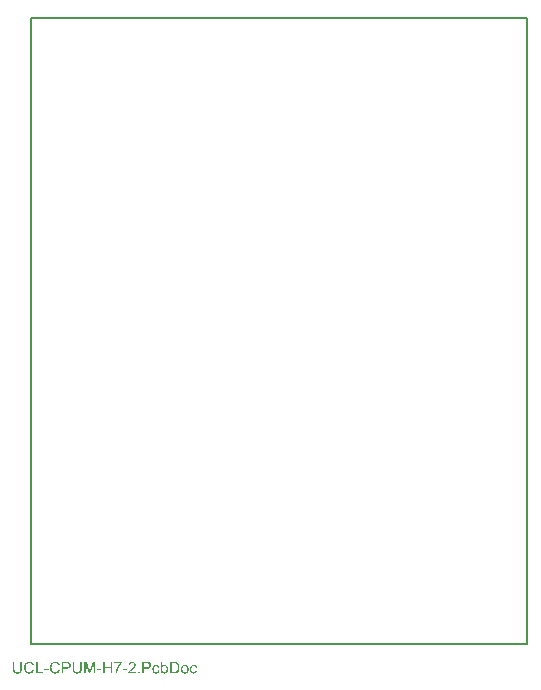
<source format=gm1>
G04*
G04 #@! TF.GenerationSoftware,Altium Limited,Altium Designer,19.1.9 (167)*
G04*
G04 Layer_Color=16711833*
%FSLAX44Y44*%
%MOMM*%
G71*
G01*
G75*
%ADD11C,0.2000*%
G36*
X21082Y-15102D02*
X21182D01*
X21307Y-15119D01*
X21457Y-15136D01*
X21616Y-15161D01*
X21791Y-15186D01*
X21982Y-15228D01*
X22182Y-15278D01*
X22382Y-15336D01*
X22590Y-15411D01*
X22799Y-15494D01*
X22999Y-15594D01*
X23199Y-15711D01*
X23390Y-15844D01*
X23398Y-15852D01*
X23432Y-15877D01*
X23482Y-15919D01*
X23557Y-15977D01*
X23632Y-16061D01*
X23732Y-16152D01*
X23832Y-16261D01*
X23940Y-16386D01*
X24057Y-16527D01*
X24173Y-16677D01*
X24290Y-16852D01*
X24407Y-17035D01*
X24515Y-17244D01*
X24615Y-17460D01*
X24706Y-17685D01*
X24790Y-17935D01*
X23523Y-18235D01*
Y-18227D01*
X23507Y-18185D01*
X23490Y-18135D01*
X23457Y-18060D01*
X23424Y-17977D01*
X23382Y-17868D01*
X23332Y-17760D01*
X23273Y-17644D01*
X23132Y-17385D01*
X22965Y-17127D01*
X22865Y-17010D01*
X22765Y-16894D01*
X22649Y-16785D01*
X22532Y-16686D01*
X22524Y-16677D01*
X22499Y-16660D01*
X22465Y-16644D01*
X22415Y-16610D01*
X22357Y-16569D01*
X22274Y-16527D01*
X22190Y-16486D01*
X22090Y-16436D01*
X21982Y-16394D01*
X21857Y-16352D01*
X21724Y-16311D01*
X21582Y-16269D01*
X21424Y-16236D01*
X21266Y-16219D01*
X21091Y-16202D01*
X20916Y-16194D01*
X20807D01*
X20733Y-16202D01*
X20633Y-16211D01*
X20524Y-16219D01*
X20399Y-16236D01*
X20258Y-16261D01*
X20116Y-16294D01*
X19966Y-16327D01*
X19808Y-16369D01*
X19649Y-16419D01*
X19491Y-16486D01*
X19333Y-16560D01*
X19183Y-16644D01*
X19033Y-16736D01*
X19025Y-16744D01*
X19000Y-16760D01*
X18958Y-16794D01*
X18908Y-16835D01*
X18850Y-16885D01*
X18783Y-16952D01*
X18700Y-17035D01*
X18616Y-17119D01*
X18533Y-17219D01*
X18441Y-17327D01*
X18358Y-17444D01*
X18267Y-17577D01*
X18183Y-17710D01*
X18108Y-17860D01*
X18041Y-18018D01*
X17975Y-18185D01*
Y-18193D01*
X17958Y-18227D01*
X17950Y-18277D01*
X17925Y-18343D01*
X17908Y-18427D01*
X17883Y-18527D01*
X17850Y-18635D01*
X17825Y-18760D01*
X17800Y-18893D01*
X17767Y-19043D01*
X17742Y-19193D01*
X17725Y-19351D01*
X17692Y-19693D01*
X17675Y-20051D01*
Y-20068D01*
Y-20110D01*
Y-20176D01*
X17683Y-20259D01*
Y-20368D01*
X17692Y-20493D01*
X17708Y-20635D01*
X17717Y-20793D01*
X17742Y-20959D01*
X17767Y-21134D01*
X17825Y-21493D01*
X17917Y-21867D01*
X17967Y-22051D01*
X18033Y-22226D01*
X18041Y-22234D01*
X18050Y-22267D01*
X18075Y-22317D01*
X18100Y-22376D01*
X18141Y-22451D01*
X18183Y-22542D01*
X18241Y-22642D01*
X18308Y-22742D01*
X18383Y-22859D01*
X18466Y-22967D01*
X18558Y-23084D01*
X18658Y-23201D01*
X18766Y-23309D01*
X18891Y-23417D01*
X19016Y-23517D01*
X19158Y-23609D01*
X19166Y-23617D01*
X19191Y-23625D01*
X19233Y-23650D01*
X19291Y-23684D01*
X19366Y-23717D01*
X19449Y-23750D01*
X19541Y-23792D01*
X19649Y-23834D01*
X19774Y-23884D01*
X19899Y-23925D01*
X20033Y-23959D01*
X20183Y-23992D01*
X20491Y-24050D01*
X20649Y-24059D01*
X20816Y-24067D01*
X20866D01*
X20924Y-24059D01*
X20999D01*
X21091Y-24050D01*
X21199Y-24034D01*
X21316Y-24017D01*
X21449Y-23992D01*
X21591Y-23959D01*
X21732Y-23917D01*
X21882Y-23867D01*
X22041Y-23800D01*
X22190Y-23734D01*
X22349Y-23650D01*
X22499Y-23550D01*
X22640Y-23442D01*
X22649Y-23434D01*
X22674Y-23409D01*
X22715Y-23375D01*
X22765Y-23325D01*
X22824Y-23259D01*
X22899Y-23175D01*
X22974Y-23084D01*
X23057Y-22975D01*
X23140Y-22851D01*
X23224Y-22717D01*
X23307Y-22567D01*
X23390Y-22401D01*
X23473Y-22217D01*
X23549Y-22026D01*
X23607Y-21818D01*
X23665Y-21593D01*
X24956Y-21918D01*
Y-21926D01*
X24948Y-21934D01*
Y-21959D01*
X24940Y-21984D01*
X24915Y-22067D01*
X24873Y-22176D01*
X24832Y-22309D01*
X24773Y-22459D01*
X24698Y-22634D01*
X24623Y-22809D01*
X24523Y-23001D01*
X24423Y-23201D01*
X24298Y-23400D01*
X24165Y-23600D01*
X24015Y-23800D01*
X23857Y-23992D01*
X23682Y-24167D01*
X23490Y-24334D01*
X23482Y-24342D01*
X23440Y-24367D01*
X23382Y-24409D01*
X23307Y-24467D01*
X23199Y-24525D01*
X23082Y-24600D01*
X22940Y-24675D01*
X22774Y-24750D01*
X22599Y-24825D01*
X22399Y-24900D01*
X22190Y-24975D01*
X21965Y-25033D01*
X21724Y-25092D01*
X21474Y-25133D01*
X21199Y-25158D01*
X20924Y-25167D01*
X20858D01*
X20774Y-25158D01*
X20666D01*
X20533Y-25150D01*
X20374Y-25133D01*
X20199Y-25117D01*
X20016Y-25083D01*
X19816Y-25050D01*
X19608Y-25008D01*
X19391Y-24958D01*
X19175Y-24900D01*
X18966Y-24825D01*
X18750Y-24742D01*
X18550Y-24642D01*
X18358Y-24534D01*
X18350Y-24525D01*
X18317Y-24500D01*
X18267Y-24467D01*
X18200Y-24417D01*
X18117Y-24350D01*
X18017Y-24267D01*
X17917Y-24167D01*
X17800Y-24059D01*
X17683Y-23934D01*
X17558Y-23800D01*
X17433Y-23642D01*
X17308Y-23475D01*
X17192Y-23300D01*
X17075Y-23101D01*
X16959Y-22901D01*
X16859Y-22676D01*
X16850Y-22659D01*
X16833Y-22617D01*
X16809Y-22551D01*
X16783Y-22467D01*
X16742Y-22351D01*
X16700Y-22217D01*
X16650Y-22067D01*
X16609Y-21892D01*
X16559Y-21701D01*
X16509Y-21501D01*
X16467Y-21284D01*
X16434Y-21059D01*
X16400Y-20818D01*
X16375Y-20576D01*
X16359Y-20318D01*
X16350Y-20060D01*
Y-20051D01*
Y-20043D01*
Y-19993D01*
Y-19910D01*
X16359Y-19801D01*
X16367Y-19676D01*
X16384Y-19518D01*
X16400Y-19351D01*
X16425Y-19160D01*
X16450Y-18960D01*
X16492Y-18743D01*
X16534Y-18527D01*
X16592Y-18302D01*
X16659Y-18077D01*
X16733Y-17852D01*
X16825Y-17627D01*
X16925Y-17410D01*
X16933Y-17394D01*
X16950Y-17360D01*
X16983Y-17302D01*
X17033Y-17227D01*
X17092Y-17127D01*
X17167Y-17019D01*
X17250Y-16902D01*
X17350Y-16769D01*
X17458Y-16636D01*
X17583Y-16494D01*
X17717Y-16344D01*
X17867Y-16202D01*
X18025Y-16061D01*
X18200Y-15927D01*
X18383Y-15802D01*
X18575Y-15686D01*
X18591Y-15677D01*
X18625Y-15661D01*
X18683Y-15627D01*
X18766Y-15594D01*
X18866Y-15552D01*
X18983Y-15502D01*
X19116Y-15444D01*
X19275Y-15386D01*
X19441Y-15336D01*
X19625Y-15278D01*
X19816Y-15228D01*
X20024Y-15186D01*
X20241Y-15152D01*
X20466Y-15119D01*
X20699Y-15102D01*
X20941Y-15094D01*
X21007D01*
X21082Y-15102D01*
D02*
G37*
G36*
X-837D02*
X-737D01*
X-612Y-15119D01*
X-462Y-15136D01*
X-304Y-15161D01*
X-129Y-15186D01*
X63Y-15228D01*
X263Y-15278D01*
X463Y-15336D01*
X671Y-15411D01*
X879Y-15494D01*
X1079Y-15594D01*
X1279Y-15711D01*
X1471Y-15844D01*
X1479Y-15852D01*
X1512Y-15877D01*
X1562Y-15919D01*
X1637Y-15977D01*
X1712Y-16061D01*
X1812Y-16152D01*
X1912Y-16261D01*
X2021Y-16386D01*
X2137Y-16527D01*
X2254Y-16677D01*
X2371Y-16852D01*
X2487Y-17035D01*
X2596Y-17244D01*
X2695Y-17460D01*
X2787Y-17685D01*
X2870Y-17935D01*
X1604Y-18235D01*
Y-18227D01*
X1587Y-18185D01*
X1571Y-18135D01*
X1537Y-18060D01*
X1504Y-17977D01*
X1462Y-17868D01*
X1412Y-17760D01*
X1354Y-17644D01*
X1213Y-17385D01*
X1046Y-17127D01*
X946Y-17010D01*
X846Y-16894D01*
X729Y-16785D01*
X613Y-16686D01*
X604Y-16677D01*
X579Y-16660D01*
X546Y-16644D01*
X496Y-16610D01*
X438Y-16569D01*
X354Y-16527D01*
X271Y-16486D01*
X171Y-16436D01*
X63Y-16394D01*
X-62Y-16352D01*
X-195Y-16311D01*
X-337Y-16269D01*
X-495Y-16236D01*
X-654Y-16219D01*
X-829Y-16202D01*
X-1004Y-16194D01*
X-1112D01*
X-1187Y-16202D01*
X-1287Y-16211D01*
X-1395Y-16219D01*
X-1520Y-16236D01*
X-1662Y-16261D01*
X-1803Y-16294D01*
X-1953Y-16327D01*
X-2112Y-16369D01*
X-2270Y-16419D01*
X-2428Y-16486D01*
X-2587Y-16560D01*
X-2736Y-16644D01*
X-2886Y-16736D01*
X-2895Y-16744D01*
X-2920Y-16760D01*
X-2961Y-16794D01*
X-3011Y-16835D01*
X-3070Y-16885D01*
X-3136Y-16952D01*
X-3220Y-17035D01*
X-3303Y-17119D01*
X-3386Y-17219D01*
X-3478Y-17327D01*
X-3561Y-17444D01*
X-3653Y-17577D01*
X-3736Y-17710D01*
X-3811Y-17860D01*
X-3878Y-18018D01*
X-3945Y-18185D01*
Y-18193D01*
X-3961Y-18227D01*
X-3970Y-18277D01*
X-3995Y-18343D01*
X-4011Y-18427D01*
X-4036Y-18527D01*
X-4069Y-18635D01*
X-4094Y-18760D01*
X-4119Y-18893D01*
X-4153Y-19043D01*
X-4178Y-19193D01*
X-4194Y-19351D01*
X-4228Y-19693D01*
X-4244Y-20051D01*
Y-20068D01*
Y-20110D01*
Y-20176D01*
X-4236Y-20259D01*
Y-20368D01*
X-4228Y-20493D01*
X-4211Y-20635D01*
X-4203Y-20793D01*
X-4178Y-20959D01*
X-4153Y-21134D01*
X-4094Y-21493D01*
X-4003Y-21867D01*
X-3953Y-22051D01*
X-3886Y-22226D01*
X-3878Y-22234D01*
X-3869Y-22267D01*
X-3844Y-22317D01*
X-3819Y-22376D01*
X-3778Y-22451D01*
X-3736Y-22542D01*
X-3678Y-22642D01*
X-3611Y-22742D01*
X-3536Y-22859D01*
X-3453Y-22967D01*
X-3361Y-23084D01*
X-3261Y-23201D01*
X-3153Y-23309D01*
X-3028Y-23417D01*
X-2903Y-23517D01*
X-2761Y-23609D01*
X-2753Y-23617D01*
X-2728Y-23625D01*
X-2686Y-23650D01*
X-2628Y-23684D01*
X-2553Y-23717D01*
X-2470Y-23750D01*
X-2378Y-23792D01*
X-2270Y-23834D01*
X-2145Y-23884D01*
X-2020Y-23925D01*
X-1887Y-23959D01*
X-1737Y-23992D01*
X-1428Y-24050D01*
X-1270Y-24059D01*
X-1104Y-24067D01*
X-1054D01*
X-995Y-24059D01*
X-920D01*
X-829Y-24050D01*
X-720Y-24034D01*
X-604Y-24017D01*
X-470Y-23992D01*
X-329Y-23959D01*
X-187Y-23917D01*
X-37Y-23867D01*
X121Y-23800D01*
X271Y-23734D01*
X429Y-23650D01*
X579Y-23550D01*
X721Y-23442D01*
X729Y-23434D01*
X754Y-23409D01*
X796Y-23375D01*
X846Y-23325D01*
X904Y-23259D01*
X979Y-23175D01*
X1054Y-23084D01*
X1138Y-22975D01*
X1221Y-22851D01*
X1304Y-22717D01*
X1388Y-22567D01*
X1471Y-22401D01*
X1554Y-22217D01*
X1629Y-22026D01*
X1687Y-21818D01*
X1746Y-21593D01*
X3037Y-21918D01*
Y-21926D01*
X3029Y-21934D01*
Y-21959D01*
X3020Y-21984D01*
X2995Y-22067D01*
X2954Y-22176D01*
X2912Y-22309D01*
X2854Y-22459D01*
X2779Y-22634D01*
X2704Y-22809D01*
X2604Y-23001D01*
X2504Y-23201D01*
X2379Y-23400D01*
X2246Y-23600D01*
X2096Y-23800D01*
X1937Y-23992D01*
X1762Y-24167D01*
X1571Y-24334D01*
X1562Y-24342D01*
X1521Y-24367D01*
X1462Y-24409D01*
X1388Y-24467D01*
X1279Y-24525D01*
X1163Y-24600D01*
X1021Y-24675D01*
X854Y-24750D01*
X679Y-24825D01*
X479Y-24900D01*
X271Y-24975D01*
X46Y-25033D01*
X-195Y-25092D01*
X-445Y-25133D01*
X-720Y-25158D01*
X-995Y-25167D01*
X-1062D01*
X-1145Y-25158D01*
X-1253D01*
X-1387Y-25150D01*
X-1545Y-25133D01*
X-1720Y-25117D01*
X-1903Y-25083D01*
X-2103Y-25050D01*
X-2312Y-25008D01*
X-2528Y-24958D01*
X-2745Y-24900D01*
X-2953Y-24825D01*
X-3170Y-24742D01*
X-3370Y-24642D01*
X-3561Y-24534D01*
X-3570Y-24525D01*
X-3603Y-24500D01*
X-3653Y-24467D01*
X-3720Y-24417D01*
X-3803Y-24350D01*
X-3903Y-24267D01*
X-4003Y-24167D01*
X-4119Y-24059D01*
X-4236Y-23934D01*
X-4361Y-23800D01*
X-4486Y-23642D01*
X-4611Y-23475D01*
X-4728Y-23300D01*
X-4844Y-23101D01*
X-4961Y-22901D01*
X-5061Y-22676D01*
X-5069Y-22659D01*
X-5086Y-22617D01*
X-5111Y-22551D01*
X-5136Y-22467D01*
X-5178Y-22351D01*
X-5219Y-22217D01*
X-5269Y-22067D01*
X-5311Y-21892D01*
X-5361Y-21701D01*
X-5411Y-21501D01*
X-5452Y-21284D01*
X-5486Y-21059D01*
X-5519Y-20818D01*
X-5544Y-20576D01*
X-5561Y-20318D01*
X-5569Y-20060D01*
Y-20051D01*
Y-20043D01*
Y-19993D01*
Y-19910D01*
X-5561Y-19801D01*
X-5552Y-19676D01*
X-5536Y-19518D01*
X-5519Y-19351D01*
X-5494Y-19160D01*
X-5469Y-18960D01*
X-5427Y-18743D01*
X-5386Y-18527D01*
X-5328Y-18302D01*
X-5261Y-18077D01*
X-5186Y-17852D01*
X-5094Y-17627D01*
X-4994Y-17410D01*
X-4986Y-17394D01*
X-4969Y-17360D01*
X-4936Y-17302D01*
X-4886Y-17227D01*
X-4828Y-17127D01*
X-4753Y-17019D01*
X-4669Y-16902D01*
X-4569Y-16769D01*
X-4461Y-16636D01*
X-4336Y-16494D01*
X-4203Y-16344D01*
X-4053Y-16202D01*
X-3895Y-16061D01*
X-3720Y-15927D01*
X-3536Y-15802D01*
X-3345Y-15686D01*
X-3328Y-15677D01*
X-3295Y-15661D01*
X-3236Y-15627D01*
X-3153Y-15594D01*
X-3053Y-15552D01*
X-2936Y-15502D01*
X-2803Y-15444D01*
X-2645Y-15386D01*
X-2478Y-15336D01*
X-2295Y-15278D01*
X-2103Y-15228D01*
X-1895Y-15186D01*
X-1678Y-15152D01*
X-1453Y-15119D01*
X-1220Y-15102D01*
X-979Y-15094D01*
X-912D01*
X-837Y-15102D01*
D02*
G37*
G36*
X68979Y-25000D02*
X67687D01*
Y-20410D01*
X62647D01*
Y-25000D01*
X61356D01*
Y-15261D01*
X62647D01*
Y-19260D01*
X67687D01*
Y-15261D01*
X68979D01*
Y-25000D01*
D02*
G37*
G36*
X138286Y-17794D02*
X138386Y-17802D01*
X138494Y-17818D01*
X138627Y-17835D01*
X138761Y-17860D01*
X138911Y-17885D01*
X139061Y-17927D01*
X139219Y-17977D01*
X139377Y-18027D01*
X139527Y-18102D01*
X139685Y-18177D01*
X139835Y-18268D01*
X139977Y-18368D01*
X139985Y-18377D01*
X140010Y-18393D01*
X140044Y-18427D01*
X140094Y-18477D01*
X140152Y-18535D01*
X140219Y-18610D01*
X140294Y-18693D01*
X140369Y-18793D01*
X140452Y-18902D01*
X140527Y-19026D01*
X140610Y-19160D01*
X140685Y-19310D01*
X140752Y-19468D01*
X140818Y-19635D01*
X140877Y-19818D01*
X140918Y-20010D01*
X139752Y-20193D01*
Y-20185D01*
X139744Y-20160D01*
X139735Y-20126D01*
X139719Y-20076D01*
X139702Y-20018D01*
X139677Y-19951D01*
X139619Y-19793D01*
X139535Y-19618D01*
X139436Y-19443D01*
X139311Y-19276D01*
X139160Y-19126D01*
X139152Y-19118D01*
X139144Y-19110D01*
X139119Y-19093D01*
X139086Y-19068D01*
X139044Y-19043D01*
X138994Y-19010D01*
X138877Y-18943D01*
X138727Y-18885D01*
X138552Y-18827D01*
X138361Y-18785D01*
X138252Y-18768D01*
X138061D01*
X137994Y-18777D01*
X137919Y-18785D01*
X137828Y-18802D01*
X137728Y-18827D01*
X137628Y-18852D01*
X137511Y-18885D01*
X137394Y-18927D01*
X137269Y-18977D01*
X137144Y-19043D01*
X137028Y-19118D01*
X136903Y-19202D01*
X136786Y-19302D01*
X136678Y-19418D01*
X136670Y-19426D01*
X136653Y-19451D01*
X136628Y-19485D01*
X136594Y-19543D01*
X136545Y-19610D01*
X136503Y-19701D01*
X136453Y-19801D01*
X136403Y-19918D01*
X136345Y-20051D01*
X136295Y-20201D01*
X136253Y-20368D01*
X136211Y-20559D01*
X136170Y-20759D01*
X136145Y-20976D01*
X136128Y-21218D01*
X136120Y-21468D01*
Y-21484D01*
Y-21526D01*
Y-21601D01*
X136128Y-21701D01*
X136136Y-21818D01*
X136145Y-21951D01*
X136161Y-22101D01*
X136186Y-22259D01*
X136253Y-22601D01*
X136295Y-22767D01*
X136345Y-22942D01*
X136411Y-23101D01*
X136486Y-23259D01*
X136569Y-23400D01*
X136661Y-23534D01*
X136670Y-23542D01*
X136686Y-23559D01*
X136720Y-23592D01*
X136761Y-23634D01*
X136811Y-23684D01*
X136878Y-23734D01*
X136953Y-23792D01*
X137044Y-23850D01*
X137136Y-23917D01*
X137244Y-23975D01*
X137361Y-24025D01*
X137494Y-24075D01*
X137628Y-24117D01*
X137769Y-24150D01*
X137928Y-24167D01*
X138086Y-24175D01*
X138153D01*
X138202Y-24167D01*
X138261Y-24158D01*
X138336Y-24150D01*
X138494Y-24125D01*
X138677Y-24075D01*
X138877Y-23992D01*
X138969Y-23950D01*
X139069Y-23892D01*
X139160Y-23825D01*
X139252Y-23750D01*
X139261Y-23742D01*
X139277Y-23734D01*
X139294Y-23700D01*
X139327Y-23667D01*
X139369Y-23625D01*
X139410Y-23567D01*
X139460Y-23500D01*
X139510Y-23417D01*
X139560Y-23334D01*
X139610Y-23234D01*
X139660Y-23126D01*
X139710Y-23009D01*
X139752Y-22875D01*
X139794Y-22734D01*
X139835Y-22584D01*
X139860Y-22417D01*
X141035Y-22576D01*
Y-22592D01*
X141027Y-22626D01*
X141010Y-22692D01*
X140993Y-22776D01*
X140968Y-22875D01*
X140927Y-22992D01*
X140885Y-23126D01*
X140835Y-23267D01*
X140777Y-23417D01*
X140702Y-23575D01*
X140627Y-23734D01*
X140535Y-23892D01*
X140427Y-24042D01*
X140310Y-24200D01*
X140185Y-24342D01*
X140044Y-24475D01*
X140035Y-24483D01*
X140010Y-24500D01*
X139960Y-24542D01*
X139902Y-24583D01*
X139827Y-24633D01*
X139735Y-24692D01*
X139627Y-24750D01*
X139502Y-24817D01*
X139369Y-24883D01*
X139219Y-24942D01*
X139061Y-25000D01*
X138886Y-25050D01*
X138702Y-25092D01*
X138511Y-25125D01*
X138311Y-25150D01*
X138094Y-25158D01*
X138027D01*
X137952Y-25150D01*
X137852Y-25142D01*
X137728Y-25133D01*
X137586Y-25108D01*
X137428Y-25083D01*
X137261Y-25042D01*
X137078Y-24992D01*
X136886Y-24925D01*
X136694Y-24850D01*
X136503Y-24758D01*
X136303Y-24650D01*
X136111Y-24525D01*
X135936Y-24383D01*
X135761Y-24217D01*
X135753Y-24209D01*
X135728Y-24175D01*
X135678Y-24117D01*
X135628Y-24042D01*
X135562Y-23942D01*
X135486Y-23825D01*
X135403Y-23684D01*
X135328Y-23517D01*
X135245Y-23342D01*
X135162Y-23134D01*
X135087Y-22917D01*
X135020Y-22667D01*
X134970Y-22409D01*
X134928Y-22126D01*
X134895Y-21826D01*
X134887Y-21501D01*
Y-21484D01*
Y-21451D01*
Y-21393D01*
X134895Y-21309D01*
Y-21209D01*
X134903Y-21093D01*
X134920Y-20968D01*
X134937Y-20826D01*
X134953Y-20668D01*
X134978Y-20510D01*
X135045Y-20176D01*
X135137Y-19835D01*
X135195Y-19668D01*
X135261Y-19501D01*
X135270Y-19493D01*
X135278Y-19460D01*
X135303Y-19418D01*
X135337Y-19360D01*
X135370Y-19293D01*
X135420Y-19210D01*
X135478Y-19118D01*
X135545Y-19018D01*
X135620Y-18918D01*
X135703Y-18810D01*
X135803Y-18702D01*
X135903Y-18602D01*
X136020Y-18493D01*
X136136Y-18393D01*
X136270Y-18302D01*
X136411Y-18218D01*
X136420Y-18210D01*
X136445Y-18202D01*
X136486Y-18177D01*
X136545Y-18152D01*
X136620Y-18118D01*
X136703Y-18085D01*
X136803Y-18043D01*
X136911Y-18002D01*
X137036Y-17960D01*
X137161Y-17918D01*
X137303Y-17885D01*
X137444Y-17852D01*
X137761Y-17802D01*
X137928Y-17794D01*
X138094Y-17785D01*
X138202D01*
X138286Y-17794D01*
D02*
G37*
G36*
X106527D02*
X106627Y-17802D01*
X106735Y-17818D01*
X106869Y-17835D01*
X107002Y-17860D01*
X107152Y-17885D01*
X107302Y-17927D01*
X107460Y-17977D01*
X107619Y-18027D01*
X107769Y-18102D01*
X107927Y-18177D01*
X108077Y-18268D01*
X108218Y-18368D01*
X108227Y-18377D01*
X108252Y-18393D01*
X108285Y-18427D01*
X108335Y-18477D01*
X108393Y-18535D01*
X108460Y-18610D01*
X108535Y-18693D01*
X108610Y-18793D01*
X108693Y-18902D01*
X108768Y-19026D01*
X108852Y-19160D01*
X108927Y-19310D01*
X108993Y-19468D01*
X109060Y-19635D01*
X109118Y-19818D01*
X109160Y-20010D01*
X107993Y-20193D01*
Y-20185D01*
X107985Y-20160D01*
X107977Y-20126D01*
X107960Y-20076D01*
X107943Y-20018D01*
X107919Y-19951D01*
X107860Y-19793D01*
X107777Y-19618D01*
X107677Y-19443D01*
X107552Y-19276D01*
X107402Y-19126D01*
X107394Y-19118D01*
X107385Y-19110D01*
X107360Y-19093D01*
X107327Y-19068D01*
X107285Y-19043D01*
X107235Y-19010D01*
X107119Y-18943D01*
X106969Y-18885D01*
X106794Y-18827D01*
X106602Y-18785D01*
X106494Y-18768D01*
X106302D01*
X106236Y-18777D01*
X106161Y-18785D01*
X106069Y-18802D01*
X105969Y-18827D01*
X105869Y-18852D01*
X105752Y-18885D01*
X105636Y-18927D01*
X105511Y-18977D01*
X105386Y-19043D01*
X105269Y-19118D01*
X105144Y-19202D01*
X105028Y-19302D01*
X104919Y-19418D01*
X104911Y-19426D01*
X104894Y-19451D01*
X104869Y-19485D01*
X104836Y-19543D01*
X104786Y-19610D01*
X104744Y-19701D01*
X104694Y-19801D01*
X104644Y-19918D01*
X104586Y-20051D01*
X104536Y-20201D01*
X104494Y-20368D01*
X104453Y-20559D01*
X104411Y-20759D01*
X104386Y-20976D01*
X104369Y-21218D01*
X104361Y-21468D01*
Y-21484D01*
Y-21526D01*
Y-21601D01*
X104369Y-21701D01*
X104378Y-21818D01*
X104386Y-21951D01*
X104403Y-22101D01*
X104428Y-22259D01*
X104494Y-22601D01*
X104536Y-22767D01*
X104586Y-22942D01*
X104653Y-23101D01*
X104728Y-23259D01*
X104811Y-23400D01*
X104903Y-23534D01*
X104911Y-23542D01*
X104928Y-23559D01*
X104961Y-23592D01*
X105003Y-23634D01*
X105053Y-23684D01*
X105119Y-23734D01*
X105194Y-23792D01*
X105286Y-23850D01*
X105378Y-23917D01*
X105486Y-23975D01*
X105603Y-24025D01*
X105736Y-24075D01*
X105869Y-24117D01*
X106011Y-24150D01*
X106169Y-24167D01*
X106327Y-24175D01*
X106394D01*
X106444Y-24167D01*
X106502Y-24158D01*
X106577Y-24150D01*
X106735Y-24125D01*
X106919Y-24075D01*
X107119Y-23992D01*
X107210Y-23950D01*
X107310Y-23892D01*
X107402Y-23825D01*
X107494Y-23750D01*
X107502Y-23742D01*
X107519Y-23734D01*
X107535Y-23700D01*
X107569Y-23667D01*
X107610Y-23625D01*
X107652Y-23567D01*
X107702Y-23500D01*
X107752Y-23417D01*
X107802Y-23334D01*
X107852Y-23234D01*
X107902Y-23126D01*
X107952Y-23009D01*
X107993Y-22875D01*
X108035Y-22734D01*
X108077Y-22584D01*
X108102Y-22417D01*
X109277Y-22576D01*
Y-22592D01*
X109268Y-22626D01*
X109251Y-22692D01*
X109235Y-22776D01*
X109210Y-22875D01*
X109168Y-22992D01*
X109127Y-23126D01*
X109077Y-23267D01*
X109018Y-23417D01*
X108943Y-23575D01*
X108868Y-23734D01*
X108777Y-23892D01*
X108668Y-24042D01*
X108552Y-24200D01*
X108427Y-24342D01*
X108285Y-24475D01*
X108277Y-24483D01*
X108252Y-24500D01*
X108202Y-24542D01*
X108144Y-24583D01*
X108069Y-24633D01*
X107977Y-24692D01*
X107868Y-24750D01*
X107744Y-24817D01*
X107610Y-24883D01*
X107460Y-24942D01*
X107302Y-25000D01*
X107127Y-25050D01*
X106944Y-25092D01*
X106752Y-25125D01*
X106552Y-25150D01*
X106336Y-25158D01*
X106269D01*
X106194Y-25150D01*
X106094Y-25142D01*
X105969Y-25133D01*
X105827Y-25108D01*
X105669Y-25083D01*
X105503Y-25042D01*
X105319Y-24992D01*
X105128Y-24925D01*
X104936Y-24850D01*
X104744Y-24758D01*
X104544Y-24650D01*
X104353Y-24525D01*
X104178Y-24383D01*
X104003Y-24217D01*
X103995Y-24209D01*
X103969Y-24175D01*
X103920Y-24117D01*
X103870Y-24042D01*
X103803Y-23942D01*
X103728Y-23825D01*
X103645Y-23684D01*
X103570Y-23517D01*
X103486Y-23342D01*
X103403Y-23134D01*
X103328Y-22917D01*
X103261Y-22667D01*
X103211Y-22409D01*
X103170Y-22126D01*
X103136Y-21826D01*
X103128Y-21501D01*
Y-21484D01*
Y-21451D01*
Y-21393D01*
X103136Y-21309D01*
Y-21209D01*
X103145Y-21093D01*
X103161Y-20968D01*
X103178Y-20826D01*
X103195Y-20668D01*
X103220Y-20510D01*
X103286Y-20176D01*
X103378Y-19835D01*
X103436Y-19668D01*
X103503Y-19501D01*
X103511Y-19493D01*
X103520Y-19460D01*
X103545Y-19418D01*
X103578Y-19360D01*
X103611Y-19293D01*
X103661Y-19210D01*
X103720Y-19118D01*
X103786Y-19018D01*
X103861Y-18918D01*
X103945Y-18810D01*
X104045Y-18702D01*
X104144Y-18602D01*
X104261Y-18493D01*
X104378Y-18393D01*
X104511Y-18302D01*
X104653Y-18218D01*
X104661Y-18210D01*
X104686Y-18202D01*
X104728Y-18177D01*
X104786Y-18152D01*
X104861Y-18118D01*
X104944Y-18085D01*
X105044Y-18043D01*
X105153Y-18002D01*
X105278Y-17960D01*
X105402Y-17918D01*
X105544Y-17885D01*
X105686Y-17852D01*
X106002Y-17802D01*
X106169Y-17794D01*
X106336Y-17785D01*
X106444D01*
X106527Y-17794D01*
D02*
G37*
G36*
X81750Y-22076D02*
X78068D01*
Y-20876D01*
X81750D01*
Y-22076D01*
D02*
G37*
G36*
X59831D02*
X56149D01*
Y-20876D01*
X59831D01*
Y-22076D01*
D02*
G37*
G36*
X15251D02*
X11568D01*
Y-20876D01*
X15251D01*
Y-22076D01*
D02*
G37*
G36*
X54699Y-25000D02*
X53457D01*
Y-16852D01*
X50616Y-25000D01*
X49458D01*
X46643Y-16710D01*
Y-25000D01*
X45401D01*
Y-15261D01*
X47334D01*
X49642Y-22159D01*
Y-22167D01*
X49658Y-22201D01*
X49675Y-22251D01*
X49692Y-22317D01*
X49717Y-22401D01*
X49750Y-22492D01*
X49783Y-22592D01*
X49817Y-22701D01*
X49892Y-22934D01*
X49975Y-23175D01*
X50042Y-23400D01*
X50075Y-23509D01*
X50108Y-23600D01*
Y-23592D01*
X50117Y-23575D01*
X50125Y-23542D01*
X50142Y-23500D01*
X50158Y-23442D01*
X50183Y-23375D01*
X50208Y-23300D01*
X50233Y-23209D01*
X50267Y-23101D01*
X50308Y-22984D01*
X50350Y-22859D01*
X50400Y-22717D01*
X50450Y-22567D01*
X50500Y-22401D01*
X50558Y-22226D01*
X50625Y-22042D01*
X52966Y-15261D01*
X54699D01*
Y-25000D01*
D02*
G37*
G36*
X43293Y-20893D02*
Y-20909D01*
Y-20959D01*
Y-21034D01*
X43285Y-21134D01*
Y-21259D01*
X43277Y-21401D01*
X43268Y-21559D01*
X43252Y-21734D01*
X43235Y-21918D01*
X43210Y-22109D01*
X43152Y-22492D01*
X43068Y-22875D01*
X43018Y-23059D01*
X42960Y-23226D01*
Y-23234D01*
X42944Y-23267D01*
X42927Y-23309D01*
X42894Y-23367D01*
X42860Y-23442D01*
X42810Y-23525D01*
X42752Y-23625D01*
X42685Y-23725D01*
X42610Y-23834D01*
X42519Y-23950D01*
X42427Y-24067D01*
X42310Y-24183D01*
X42194Y-24300D01*
X42060Y-24417D01*
X41919Y-24525D01*
X41761Y-24633D01*
X41752Y-24642D01*
X41719Y-24658D01*
X41669Y-24683D01*
X41602Y-24717D01*
X41519Y-24758D01*
X41411Y-24800D01*
X41294Y-24850D01*
X41152Y-24900D01*
X40994Y-24950D01*
X40827Y-25000D01*
X40636Y-25042D01*
X40436Y-25083D01*
X40219Y-25117D01*
X39986Y-25142D01*
X39744Y-25158D01*
X39486Y-25167D01*
X39353D01*
X39261Y-25158D01*
X39144Y-25150D01*
X39011Y-25142D01*
X38861Y-25125D01*
X38695Y-25108D01*
X38520Y-25083D01*
X38336Y-25050D01*
X37961Y-24967D01*
X37778Y-24917D01*
X37595Y-24850D01*
X37412Y-24783D01*
X37245Y-24700D01*
X37237Y-24692D01*
X37203Y-24675D01*
X37162Y-24650D01*
X37103Y-24608D01*
X37037Y-24558D01*
X36953Y-24500D01*
X36862Y-24434D01*
X36762Y-24350D01*
X36662Y-24258D01*
X36562Y-24158D01*
X36462Y-24042D01*
X36353Y-23925D01*
X36253Y-23792D01*
X36162Y-23650D01*
X36079Y-23492D01*
X36004Y-23334D01*
Y-23325D01*
X35987Y-23292D01*
X35970Y-23242D01*
X35945Y-23167D01*
X35920Y-23075D01*
X35887Y-22967D01*
X35854Y-22842D01*
X35820Y-22692D01*
X35787Y-22526D01*
X35754Y-22342D01*
X35720Y-22142D01*
X35695Y-21926D01*
X35670Y-21693D01*
X35654Y-21443D01*
X35645Y-21176D01*
X35637Y-20893D01*
Y-15261D01*
X36928D01*
Y-20884D01*
Y-20901D01*
Y-20943D01*
Y-21001D01*
Y-21093D01*
X36937Y-21193D01*
X36945Y-21318D01*
Y-21451D01*
X36962Y-21593D01*
X36987Y-21892D01*
X37028Y-22209D01*
X37053Y-22359D01*
X37087Y-22501D01*
X37120Y-22634D01*
X37162Y-22751D01*
Y-22759D01*
X37170Y-22776D01*
X37187Y-22809D01*
X37203Y-22851D01*
X37237Y-22901D01*
X37270Y-22959D01*
X37353Y-23092D01*
X37462Y-23242D01*
X37603Y-23392D01*
X37770Y-23542D01*
X37970Y-23675D01*
X37978D01*
X37995Y-23692D01*
X38028Y-23709D01*
X38070Y-23725D01*
X38128Y-23750D01*
X38195Y-23775D01*
X38270Y-23809D01*
X38361Y-23834D01*
X38461Y-23867D01*
X38561Y-23900D01*
X38678Y-23925D01*
X38803Y-23950D01*
X39069Y-23984D01*
X39369Y-24000D01*
X39436D01*
X39503Y-23992D01*
X39603D01*
X39719Y-23984D01*
X39853Y-23967D01*
X40003Y-23950D01*
X40161Y-23917D01*
X40319Y-23884D01*
X40494Y-23842D01*
X40661Y-23792D01*
X40827Y-23725D01*
X40986Y-23659D01*
X41136Y-23567D01*
X41269Y-23475D01*
X41394Y-23359D01*
X41402Y-23350D01*
X41419Y-23325D01*
X41452Y-23284D01*
X41486Y-23226D01*
X41536Y-23150D01*
X41585Y-23059D01*
X41644Y-22942D01*
X41702Y-22809D01*
X41752Y-22651D01*
X41810Y-22476D01*
X41860Y-22267D01*
X41910Y-22042D01*
X41944Y-21793D01*
X41977Y-21518D01*
X41994Y-21218D01*
X42002Y-20884D01*
Y-15261D01*
X43293D01*
Y-20893D01*
D02*
G37*
G36*
X-7344D02*
Y-20909D01*
Y-20959D01*
Y-21034D01*
X-7352Y-21134D01*
Y-21259D01*
X-7360Y-21401D01*
X-7369Y-21559D01*
X-7385Y-21734D01*
X-7402Y-21918D01*
X-7427Y-22109D01*
X-7485Y-22492D01*
X-7569Y-22875D01*
X-7619Y-23059D01*
X-7677Y-23226D01*
Y-23234D01*
X-7693Y-23267D01*
X-7710Y-23309D01*
X-7743Y-23367D01*
X-7777Y-23442D01*
X-7827Y-23525D01*
X-7885Y-23625D01*
X-7952Y-23725D01*
X-8027Y-23834D01*
X-8118Y-23950D01*
X-8210Y-24067D01*
X-8327Y-24183D01*
X-8443Y-24300D01*
X-8577Y-24417D01*
X-8718Y-24525D01*
X-8877Y-24633D01*
X-8885Y-24642D01*
X-8918Y-24658D01*
X-8968Y-24683D01*
X-9035Y-24717D01*
X-9118Y-24758D01*
X-9226Y-24800D01*
X-9343Y-24850D01*
X-9485Y-24900D01*
X-9643Y-24950D01*
X-9810Y-25000D01*
X-10001Y-25042D01*
X-10201Y-25083D01*
X-10418Y-25117D01*
X-10651Y-25142D01*
X-10893Y-25158D01*
X-11151Y-25167D01*
X-11284D01*
X-11376Y-25158D01*
X-11493Y-25150D01*
X-11626Y-25142D01*
X-11776Y-25125D01*
X-11942Y-25108D01*
X-12117Y-25083D01*
X-12301Y-25050D01*
X-12676Y-24967D01*
X-12859Y-24917D01*
X-13042Y-24850D01*
X-13225Y-24783D01*
X-13392Y-24700D01*
X-13400Y-24692D01*
X-13434Y-24675D01*
X-13475Y-24650D01*
X-13534Y-24608D01*
X-13600Y-24558D01*
X-13684Y-24500D01*
X-13775Y-24434D01*
X-13875Y-24350D01*
X-13975Y-24258D01*
X-14075Y-24158D01*
X-14175Y-24042D01*
X-14283Y-23925D01*
X-14383Y-23792D01*
X-14475Y-23650D01*
X-14558Y-23492D01*
X-14633Y-23334D01*
Y-23325D01*
X-14650Y-23292D01*
X-14667Y-23242D01*
X-14692Y-23167D01*
X-14717Y-23075D01*
X-14750Y-22967D01*
X-14783Y-22842D01*
X-14817Y-22692D01*
X-14850Y-22526D01*
X-14883Y-22342D01*
X-14917Y-22142D01*
X-14942Y-21926D01*
X-14967Y-21693D01*
X-14983Y-21443D01*
X-14992Y-21176D01*
X-15000Y-20893D01*
Y-15261D01*
X-13709D01*
Y-20884D01*
Y-20901D01*
Y-20943D01*
Y-21001D01*
Y-21093D01*
X-13700Y-21193D01*
X-13692Y-21318D01*
Y-21451D01*
X-13675Y-21593D01*
X-13650Y-21892D01*
X-13609Y-22209D01*
X-13584Y-22359D01*
X-13550Y-22501D01*
X-13517Y-22634D01*
X-13475Y-22751D01*
Y-22759D01*
X-13467Y-22776D01*
X-13450Y-22809D01*
X-13434Y-22851D01*
X-13400Y-22901D01*
X-13367Y-22959D01*
X-13284Y-23092D01*
X-13175Y-23242D01*
X-13034Y-23392D01*
X-12867Y-23542D01*
X-12667Y-23675D01*
X-12659D01*
X-12642Y-23692D01*
X-12609Y-23709D01*
X-12567Y-23725D01*
X-12509Y-23750D01*
X-12442Y-23775D01*
X-12367Y-23809D01*
X-12276Y-23834D01*
X-12176Y-23867D01*
X-12076Y-23900D01*
X-11959Y-23925D01*
X-11834Y-23950D01*
X-11567Y-23984D01*
X-11268Y-24000D01*
X-11201D01*
X-11134Y-23992D01*
X-11034D01*
X-10918Y-23984D01*
X-10784Y-23967D01*
X-10634Y-23950D01*
X-10476Y-23917D01*
X-10318Y-23884D01*
X-10143Y-23842D01*
X-9976Y-23792D01*
X-9810Y-23725D01*
X-9651Y-23659D01*
X-9501Y-23567D01*
X-9368Y-23475D01*
X-9243Y-23359D01*
X-9235Y-23350D01*
X-9218Y-23325D01*
X-9185Y-23284D01*
X-9151Y-23226D01*
X-9101Y-23150D01*
X-9051Y-23059D01*
X-8993Y-22942D01*
X-8935Y-22809D01*
X-8885Y-22651D01*
X-8827Y-22476D01*
X-8777Y-22267D01*
X-8727Y-22042D01*
X-8693Y-21793D01*
X-8660Y-21518D01*
X-8643Y-21218D01*
X-8635Y-20884D01*
Y-15261D01*
X-7344D01*
Y-20893D01*
D02*
G37*
G36*
X121757Y-15269D02*
X121873D01*
X122007Y-15278D01*
X122290Y-15294D01*
X122573Y-15319D01*
X122848Y-15352D01*
X122981Y-15378D01*
X123098Y-15402D01*
X123106D01*
X123131Y-15411D01*
X123181Y-15419D01*
X123240Y-15444D01*
X123306Y-15461D01*
X123390Y-15486D01*
X123490Y-15519D01*
X123589Y-15561D01*
X123814Y-15661D01*
X124048Y-15777D01*
X124289Y-15927D01*
X124523Y-16102D01*
X124531Y-16111D01*
X124556Y-16136D01*
X124598Y-16169D01*
X124648Y-16219D01*
X124714Y-16286D01*
X124789Y-16360D01*
X124873Y-16452D01*
X124956Y-16552D01*
X125048Y-16669D01*
X125147Y-16794D01*
X125239Y-16935D01*
X125339Y-17077D01*
X125431Y-17235D01*
X125522Y-17402D01*
X125606Y-17585D01*
X125681Y-17768D01*
X125689Y-17777D01*
X125697Y-17810D01*
X125714Y-17868D01*
X125739Y-17944D01*
X125772Y-18043D01*
X125806Y-18160D01*
X125839Y-18285D01*
X125872Y-18435D01*
X125906Y-18602D01*
X125939Y-18777D01*
X125972Y-18968D01*
X126006Y-19168D01*
X126031Y-19385D01*
X126047Y-19610D01*
X126064Y-19843D01*
Y-20085D01*
Y-20093D01*
Y-20135D01*
Y-20193D01*
Y-20268D01*
X126056Y-20368D01*
X126047Y-20476D01*
X126039Y-20610D01*
X126031Y-20743D01*
X126014Y-20893D01*
X125997Y-21051D01*
X125956Y-21384D01*
X125889Y-21718D01*
X125797Y-22051D01*
Y-22059D01*
X125789Y-22092D01*
X125772Y-22134D01*
X125747Y-22192D01*
X125722Y-22267D01*
X125697Y-22351D01*
X125656Y-22442D01*
X125614Y-22551D01*
X125522Y-22776D01*
X125406Y-23009D01*
X125281Y-23242D01*
X125131Y-23467D01*
X125122Y-23475D01*
X125114Y-23492D01*
X125089Y-23517D01*
X125064Y-23559D01*
X125022Y-23609D01*
X124981Y-23659D01*
X124873Y-23784D01*
X124739Y-23925D01*
X124589Y-24075D01*
X124423Y-24217D01*
X124248Y-24350D01*
X124239D01*
X124223Y-24367D01*
X124198Y-24383D01*
X124164Y-24400D01*
X124114Y-24434D01*
X124064Y-24458D01*
X123998Y-24500D01*
X123923Y-24534D01*
X123756Y-24617D01*
X123556Y-24692D01*
X123340Y-24775D01*
X123090Y-24842D01*
X123081D01*
X123056Y-24850D01*
X123023Y-24858D01*
X122973Y-24867D01*
X122906Y-24875D01*
X122823Y-24892D01*
X122740Y-24908D01*
X122640Y-24917D01*
X122531Y-24933D01*
X122407Y-24950D01*
X122282Y-24967D01*
X122140Y-24975D01*
X121848Y-24992D01*
X121523Y-25000D01*
X118016D01*
Y-15261D01*
X121648D01*
X121757Y-15269D01*
D02*
G37*
G36*
X98571D02*
X98787D01*
X99029Y-15286D01*
X99271Y-15302D01*
X99512Y-15328D01*
X99621Y-15344D01*
X99721Y-15361D01*
X99729D01*
X99754Y-15369D01*
X99787Y-15378D01*
X99837Y-15386D01*
X99904Y-15394D01*
X99971Y-15419D01*
X100054Y-15436D01*
X100137Y-15461D01*
X100329Y-15527D01*
X100529Y-15602D01*
X100729Y-15702D01*
X100920Y-15819D01*
X100929D01*
X100945Y-15836D01*
X100970Y-15852D01*
X101004Y-15877D01*
X101095Y-15952D01*
X101204Y-16061D01*
X101329Y-16194D01*
X101462Y-16360D01*
X101587Y-16544D01*
X101704Y-16760D01*
Y-16769D01*
X101720Y-16785D01*
X101728Y-16819D01*
X101753Y-16869D01*
X101770Y-16919D01*
X101795Y-16985D01*
X101828Y-17069D01*
X101853Y-17152D01*
X101878Y-17244D01*
X101912Y-17344D01*
X101953Y-17569D01*
X101987Y-17818D01*
X102003Y-18085D01*
Y-18102D01*
Y-18143D01*
X101995Y-18202D01*
Y-18293D01*
X101978Y-18402D01*
X101962Y-18527D01*
X101937Y-18660D01*
X101903Y-18810D01*
X101862Y-18977D01*
X101812Y-19143D01*
X101745Y-19318D01*
X101670Y-19493D01*
X101579Y-19668D01*
X101470Y-19851D01*
X101354Y-20018D01*
X101212Y-20185D01*
X101204Y-20193D01*
X101170Y-20218D01*
X101129Y-20259D01*
X101054Y-20318D01*
X100962Y-20385D01*
X100854Y-20459D01*
X100720Y-20535D01*
X100562Y-20610D01*
X100379Y-20693D01*
X100170Y-20768D01*
X99929Y-20843D01*
X99671Y-20909D01*
X99387Y-20959D01*
X99071Y-21009D01*
X98729Y-21034D01*
X98354Y-21043D01*
X95863D01*
Y-25000D01*
X94572D01*
Y-15261D01*
X98479D01*
X98571Y-15269D01*
D02*
G37*
G36*
X92331Y-25000D02*
X90973D01*
Y-23642D01*
X92331D01*
Y-25000D01*
D02*
G37*
G36*
X86099Y-15228D02*
X86199D01*
X86316Y-15244D01*
X86449Y-15261D01*
X86607Y-15286D01*
X86766Y-15319D01*
X86941Y-15361D01*
X87124Y-15411D01*
X87307Y-15477D01*
X87490Y-15552D01*
X87674Y-15636D01*
X87849Y-15744D01*
X88024Y-15861D01*
X88182Y-16002D01*
X88190Y-16011D01*
X88215Y-16036D01*
X88257Y-16077D01*
X88315Y-16144D01*
X88373Y-16219D01*
X88440Y-16311D01*
X88515Y-16410D01*
X88598Y-16536D01*
X88673Y-16669D01*
X88748Y-16810D01*
X88815Y-16969D01*
X88882Y-17144D01*
X88932Y-17319D01*
X88973Y-17510D01*
X88998Y-17718D01*
X89007Y-17927D01*
Y-17935D01*
Y-17952D01*
Y-17985D01*
Y-18027D01*
X88998Y-18077D01*
Y-18143D01*
X88990Y-18210D01*
X88973Y-18285D01*
X88948Y-18460D01*
X88907Y-18660D01*
X88848Y-18868D01*
X88765Y-19076D01*
Y-19085D01*
X88757Y-19102D01*
X88740Y-19135D01*
X88715Y-19176D01*
X88690Y-19226D01*
X88657Y-19285D01*
X88624Y-19360D01*
X88574Y-19435D01*
X88465Y-19618D01*
X88323Y-19818D01*
X88157Y-20035D01*
X87965Y-20268D01*
X87957Y-20276D01*
X87940Y-20293D01*
X87907Y-20334D01*
X87857Y-20385D01*
X87799Y-20443D01*
X87724Y-20526D01*
X87632Y-20610D01*
X87532Y-20718D01*
X87407Y-20834D01*
X87274Y-20959D01*
X87124Y-21101D01*
X86957Y-21259D01*
X86782Y-21418D01*
X86582Y-21601D01*
X86366Y-21784D01*
X86132Y-21984D01*
X86124Y-21992D01*
X86082Y-22026D01*
X86032Y-22067D01*
X85957Y-22126D01*
X85874Y-22201D01*
X85774Y-22284D01*
X85666Y-22376D01*
X85558Y-22476D01*
X85324Y-22676D01*
X85099Y-22884D01*
X84991Y-22975D01*
X84899Y-23059D01*
X84816Y-23142D01*
X84749Y-23209D01*
X84733Y-23226D01*
X84699Y-23267D01*
X84641Y-23325D01*
X84574Y-23409D01*
X84491Y-23500D01*
X84408Y-23609D01*
X84325Y-23725D01*
X84241Y-23850D01*
X89023D01*
Y-25000D01*
X82583D01*
Y-24992D01*
Y-24983D01*
Y-24958D01*
Y-24925D01*
Y-24842D01*
X82592Y-24733D01*
X82608Y-24608D01*
X82633Y-24475D01*
X82667Y-24325D01*
X82717Y-24175D01*
Y-24167D01*
X82725Y-24142D01*
X82742Y-24109D01*
X82767Y-24059D01*
X82792Y-24000D01*
X82825Y-23934D01*
X82867Y-23850D01*
X82908Y-23767D01*
X83017Y-23567D01*
X83158Y-23350D01*
X83316Y-23117D01*
X83508Y-22884D01*
X83516Y-22875D01*
X83533Y-22851D01*
X83566Y-22817D01*
X83608Y-22767D01*
X83666Y-22709D01*
X83733Y-22634D01*
X83816Y-22551D01*
X83908Y-22459D01*
X84008Y-22351D01*
X84125Y-22242D01*
X84258Y-22117D01*
X84400Y-21992D01*
X84550Y-21851D01*
X84716Y-21709D01*
X84891Y-21559D01*
X85074Y-21409D01*
X85083D01*
X85091Y-21393D01*
X85141Y-21351D01*
X85224Y-21284D01*
X85333Y-21193D01*
X85458Y-21084D01*
X85608Y-20951D01*
X85766Y-20809D01*
X85933Y-20659D01*
X86116Y-20501D01*
X86291Y-20326D01*
X86474Y-20160D01*
X86649Y-19985D01*
X86807Y-19818D01*
X86966Y-19651D01*
X87099Y-19493D01*
X87215Y-19343D01*
X87224Y-19335D01*
X87240Y-19310D01*
X87266Y-19268D01*
X87307Y-19210D01*
X87349Y-19143D01*
X87390Y-19068D01*
X87440Y-18977D01*
X87499Y-18877D01*
X87599Y-18652D01*
X87690Y-18410D01*
X87724Y-18285D01*
X87749Y-18160D01*
X87765Y-18027D01*
X87774Y-17902D01*
Y-17894D01*
Y-17868D01*
Y-17835D01*
X87765Y-17785D01*
X87757Y-17718D01*
X87749Y-17652D01*
X87732Y-17569D01*
X87707Y-17485D01*
X87649Y-17294D01*
X87607Y-17202D01*
X87557Y-17094D01*
X87499Y-16994D01*
X87432Y-16894D01*
X87357Y-16794D01*
X87266Y-16702D01*
X87257Y-16694D01*
X87240Y-16677D01*
X87215Y-16660D01*
X87174Y-16627D01*
X87124Y-16586D01*
X87065Y-16544D01*
X86991Y-16502D01*
X86907Y-16452D01*
X86816Y-16410D01*
X86716Y-16369D01*
X86607Y-16327D01*
X86491Y-16286D01*
X86366Y-16252D01*
X86232Y-16236D01*
X86091Y-16219D01*
X85941Y-16211D01*
X85857D01*
X85799Y-16219D01*
X85724Y-16227D01*
X85641Y-16236D01*
X85549Y-16252D01*
X85441Y-16277D01*
X85224Y-16336D01*
X85108Y-16377D01*
X84991Y-16436D01*
X84874Y-16494D01*
X84766Y-16560D01*
X84658Y-16644D01*
X84558Y-16736D01*
X84550Y-16744D01*
X84533Y-16760D01*
X84508Y-16785D01*
X84474Y-16827D01*
X84441Y-16885D01*
X84391Y-16944D01*
X84350Y-17019D01*
X84300Y-17110D01*
X84250Y-17202D01*
X84208Y-17310D01*
X84158Y-17427D01*
X84125Y-17552D01*
X84091Y-17694D01*
X84066Y-17835D01*
X84050Y-17994D01*
X84041Y-18160D01*
X82808Y-18035D01*
Y-18018D01*
X82817Y-17977D01*
X82825Y-17902D01*
X82842Y-17810D01*
X82867Y-17694D01*
X82892Y-17560D01*
X82925Y-17419D01*
X82975Y-17260D01*
X83025Y-17094D01*
X83092Y-16919D01*
X83167Y-16744D01*
X83258Y-16569D01*
X83358Y-16402D01*
X83475Y-16236D01*
X83608Y-16086D01*
X83750Y-15944D01*
X83758Y-15936D01*
X83791Y-15911D01*
X83833Y-15877D01*
X83900Y-15827D01*
X83983Y-15777D01*
X84083Y-15711D01*
X84200Y-15652D01*
X84333Y-15577D01*
X84483Y-15511D01*
X84649Y-15444D01*
X84833Y-15386D01*
X85033Y-15336D01*
X85241Y-15286D01*
X85474Y-15252D01*
X85716Y-15228D01*
X85966Y-15219D01*
X86024D01*
X86099Y-15228D01*
D02*
G37*
G36*
X77018Y-16319D02*
X77010Y-16327D01*
X76976Y-16360D01*
X76926Y-16419D01*
X76860Y-16502D01*
X76776Y-16602D01*
X76677Y-16719D01*
X76560Y-16860D01*
X76435Y-17019D01*
X76302Y-17202D01*
X76160Y-17394D01*
X76002Y-17610D01*
X75843Y-17844D01*
X75677Y-18102D01*
X75510Y-18368D01*
X75343Y-18652D01*
X75169Y-18951D01*
Y-18960D01*
X75160Y-18968D01*
X75144Y-18993D01*
X75127Y-19026D01*
X75110Y-19068D01*
X75085Y-19118D01*
X75019Y-19235D01*
X74944Y-19385D01*
X74852Y-19560D01*
X74760Y-19768D01*
X74652Y-19985D01*
X74544Y-20235D01*
X74427Y-20493D01*
X74310Y-20776D01*
X74194Y-21068D01*
X74077Y-21368D01*
X73969Y-21684D01*
X73861Y-22001D01*
X73761Y-22326D01*
Y-22342D01*
X73744Y-22384D01*
X73727Y-22451D01*
X73702Y-22542D01*
X73677Y-22651D01*
X73644Y-22792D01*
X73611Y-22942D01*
X73569Y-23117D01*
X73536Y-23309D01*
X73494Y-23517D01*
X73452Y-23734D01*
X73419Y-23967D01*
X73386Y-24217D01*
X73361Y-24467D01*
X73311Y-25000D01*
X72078D01*
Y-24983D01*
Y-24950D01*
X72086Y-24883D01*
Y-24800D01*
X72094Y-24683D01*
X72103Y-24550D01*
X72119Y-24400D01*
X72144Y-24225D01*
X72161Y-24034D01*
X72194Y-23825D01*
X72228Y-23592D01*
X72278Y-23350D01*
X72328Y-23092D01*
X72386Y-22817D01*
X72453Y-22534D01*
X72528Y-22234D01*
Y-22226D01*
X72536Y-22217D01*
Y-22192D01*
X72544Y-22159D01*
X72569Y-22076D01*
X72611Y-21959D01*
X72653Y-21809D01*
X72711Y-21634D01*
X72769Y-21443D01*
X72844Y-21226D01*
X72927Y-20993D01*
X73019Y-20751D01*
X73119Y-20493D01*
X73227Y-20218D01*
X73352Y-19943D01*
X73477Y-19660D01*
X73619Y-19376D01*
X73761Y-19093D01*
Y-19085D01*
X73769Y-19076D01*
X73794Y-19026D01*
X73844Y-18943D01*
X73902Y-18843D01*
X73977Y-18710D01*
X74069Y-18560D01*
X74169Y-18385D01*
X74277Y-18202D01*
X74402Y-18010D01*
X74535Y-17802D01*
X74677Y-17594D01*
X74827Y-17377D01*
X75152Y-16944D01*
X75318Y-16736D01*
X75485Y-16536D01*
X70720D01*
Y-15386D01*
X77018D01*
Y-16319D01*
D02*
G37*
G36*
X30547Y-15269D02*
X30763D01*
X31005Y-15286D01*
X31247Y-15302D01*
X31488Y-15328D01*
X31596Y-15344D01*
X31696Y-15361D01*
X31705D01*
X31730Y-15369D01*
X31763Y-15378D01*
X31813Y-15386D01*
X31880Y-15394D01*
X31946Y-15419D01*
X32030Y-15436D01*
X32113Y-15461D01*
X32305Y-15527D01*
X32504Y-15602D01*
X32705Y-15702D01*
X32896Y-15819D01*
X32904D01*
X32921Y-15836D01*
X32946Y-15852D01*
X32979Y-15877D01*
X33071Y-15952D01*
X33179Y-16061D01*
X33304Y-16194D01*
X33438Y-16360D01*
X33563Y-16544D01*
X33679Y-16760D01*
Y-16769D01*
X33696Y-16785D01*
X33704Y-16819D01*
X33729Y-16869D01*
X33746Y-16919D01*
X33771Y-16985D01*
X33804Y-17069D01*
X33829Y-17152D01*
X33854Y-17244D01*
X33888Y-17344D01*
X33929Y-17569D01*
X33963Y-17818D01*
X33979Y-18085D01*
Y-18102D01*
Y-18143D01*
X33971Y-18202D01*
Y-18293D01*
X33954Y-18402D01*
X33937Y-18527D01*
X33912Y-18660D01*
X33879Y-18810D01*
X33837Y-18977D01*
X33788Y-19143D01*
X33721Y-19318D01*
X33646Y-19493D01*
X33554Y-19668D01*
X33446Y-19851D01*
X33329Y-20018D01*
X33188Y-20185D01*
X33179Y-20193D01*
X33146Y-20218D01*
X33104Y-20259D01*
X33029Y-20318D01*
X32938Y-20385D01*
X32829Y-20459D01*
X32696Y-20535D01*
X32538Y-20610D01*
X32355Y-20693D01*
X32146Y-20768D01*
X31905Y-20843D01*
X31646Y-20909D01*
X31363Y-20959D01*
X31047Y-21009D01*
X30705Y-21034D01*
X30330Y-21043D01*
X27839D01*
Y-25000D01*
X26548D01*
Y-15261D01*
X30455D01*
X30547Y-15269D01*
D02*
G37*
G36*
X5870Y-23850D02*
X10660D01*
Y-25000D01*
X4578D01*
Y-15261D01*
X5870D01*
Y-23850D01*
D02*
G37*
G36*
X130679Y-17794D02*
X130779Y-17802D01*
X130904Y-17810D01*
X131046Y-17835D01*
X131213Y-17868D01*
X131379Y-17902D01*
X131571Y-17952D01*
X131762Y-18018D01*
X131962Y-18093D01*
X132162Y-18185D01*
X132354Y-18302D01*
X132554Y-18427D01*
X132746Y-18577D01*
X132921Y-18743D01*
X132929Y-18752D01*
X132962Y-18785D01*
X133004Y-18843D01*
X133062Y-18918D01*
X133137Y-19018D01*
X133212Y-19135D01*
X133295Y-19268D01*
X133387Y-19426D01*
X133470Y-19610D01*
X133554Y-19801D01*
X133629Y-20018D01*
X133704Y-20251D01*
X133762Y-20510D01*
X133804Y-20776D01*
X133837Y-21068D01*
X133845Y-21376D01*
Y-21393D01*
Y-21434D01*
Y-21509D01*
X133837Y-21601D01*
Y-21718D01*
X133820Y-21843D01*
X133812Y-21992D01*
X133795Y-22151D01*
X133770Y-22317D01*
X133745Y-22492D01*
X133670Y-22851D01*
X133620Y-23026D01*
X133570Y-23201D01*
X133504Y-23367D01*
X133429Y-23517D01*
X133420Y-23525D01*
X133412Y-23550D01*
X133387Y-23592D01*
X133354Y-23642D01*
X133312Y-23709D01*
X133262Y-23784D01*
X133195Y-23875D01*
X133129Y-23959D01*
X133045Y-24059D01*
X132962Y-24158D01*
X132862Y-24258D01*
X132754Y-24358D01*
X132637Y-24458D01*
X132512Y-24558D01*
X132379Y-24650D01*
X132237Y-24733D01*
X132229Y-24742D01*
X132204Y-24750D01*
X132162Y-24775D01*
X132104Y-24800D01*
X132029Y-24833D01*
X131946Y-24867D01*
X131846Y-24908D01*
X131737Y-24942D01*
X131613Y-24983D01*
X131479Y-25025D01*
X131346Y-25058D01*
X131196Y-25092D01*
X130879Y-25142D01*
X130713Y-25150D01*
X130538Y-25158D01*
X130471D01*
X130396Y-25150D01*
X130296Y-25142D01*
X130171Y-25125D01*
X130021Y-25108D01*
X129863Y-25075D01*
X129688Y-25042D01*
X129496Y-24992D01*
X129305Y-24925D01*
X129105Y-24850D01*
X128905Y-24758D01*
X128705Y-24650D01*
X128513Y-24525D01*
X128322Y-24375D01*
X128147Y-24209D01*
X128138Y-24200D01*
X128105Y-24167D01*
X128063Y-24109D01*
X128005Y-24034D01*
X127938Y-23934D01*
X127863Y-23817D01*
X127780Y-23675D01*
X127697Y-23509D01*
X127605Y-23325D01*
X127530Y-23126D01*
X127447Y-22901D01*
X127380Y-22651D01*
X127322Y-22392D01*
X127280Y-22109D01*
X127247Y-21801D01*
X127239Y-21476D01*
Y-21468D01*
Y-21451D01*
Y-21426D01*
Y-21393D01*
X127247Y-21343D01*
Y-21293D01*
X127255Y-21151D01*
X127272Y-20993D01*
X127297Y-20809D01*
X127330Y-20601D01*
X127372Y-20376D01*
X127430Y-20143D01*
X127505Y-19910D01*
X127589Y-19668D01*
X127697Y-19426D01*
X127822Y-19193D01*
X127963Y-18968D01*
X128130Y-18760D01*
X128322Y-18577D01*
X128330Y-18568D01*
X128363Y-18543D01*
X128413Y-18502D01*
X128488Y-18452D01*
X128572Y-18393D01*
X128680Y-18327D01*
X128805Y-18252D01*
X128938Y-18177D01*
X129096Y-18110D01*
X129263Y-18035D01*
X129446Y-17968D01*
X129638Y-17910D01*
X129846Y-17860D01*
X130071Y-17818D01*
X130296Y-17794D01*
X130538Y-17785D01*
X130604D01*
X130679Y-17794D01*
D02*
G37*
G36*
X111493Y-18743D02*
X111501Y-18735D01*
X111526Y-18702D01*
X111568Y-18652D01*
X111626Y-18593D01*
X111701Y-18518D01*
X111792Y-18443D01*
X111892Y-18352D01*
X112017Y-18260D01*
X112151Y-18177D01*
X112292Y-18085D01*
X112451Y-18010D01*
X112617Y-17935D01*
X112801Y-17877D01*
X113001Y-17827D01*
X113201Y-17794D01*
X113417Y-17785D01*
X113525D01*
X113584Y-17794D01*
X113650Y-17802D01*
X113734Y-17810D01*
X113817Y-17818D01*
X114000Y-17852D01*
X114209Y-17894D01*
X114433Y-17960D01*
X114650Y-18052D01*
X114658D01*
X114675Y-18060D01*
X114708Y-18077D01*
X114750Y-18102D01*
X114800Y-18127D01*
X114858Y-18160D01*
X114992Y-18243D01*
X115142Y-18343D01*
X115300Y-18468D01*
X115458Y-18618D01*
X115608Y-18785D01*
X115617Y-18793D01*
X115625Y-18810D01*
X115642Y-18835D01*
X115667Y-18868D01*
X115700Y-18918D01*
X115742Y-18968D01*
X115775Y-19035D01*
X115825Y-19110D01*
X115917Y-19276D01*
X116017Y-19468D01*
X116108Y-19693D01*
X116191Y-19935D01*
Y-19943D01*
X116200Y-19968D01*
X116208Y-20001D01*
X116225Y-20051D01*
X116241Y-20118D01*
X116258Y-20185D01*
X116283Y-20276D01*
X116300Y-20368D01*
X116316Y-20468D01*
X116341Y-20584D01*
X116375Y-20826D01*
X116400Y-21084D01*
X116408Y-21368D01*
Y-21376D01*
Y-21384D01*
Y-21409D01*
Y-21451D01*
Y-21493D01*
X116400Y-21543D01*
X116391Y-21667D01*
X116383Y-21818D01*
X116358Y-21992D01*
X116333Y-22192D01*
X116300Y-22401D01*
X116250Y-22617D01*
X116191Y-22851D01*
X116116Y-23084D01*
X116025Y-23317D01*
X115925Y-23550D01*
X115808Y-23767D01*
X115667Y-23984D01*
X115508Y-24175D01*
X115500Y-24183D01*
X115467Y-24217D01*
X115417Y-24267D01*
X115350Y-24325D01*
X115267Y-24400D01*
X115158Y-24483D01*
X115042Y-24575D01*
X114908Y-24667D01*
X114758Y-24758D01*
X114592Y-24850D01*
X114417Y-24933D01*
X114225Y-25008D01*
X114025Y-25067D01*
X113809Y-25117D01*
X113592Y-25150D01*
X113359Y-25158D01*
X113301D01*
X113242Y-25150D01*
X113151Y-25142D01*
X113050Y-25125D01*
X112926Y-25100D01*
X112792Y-25075D01*
X112651Y-25025D01*
X112501Y-24975D01*
X112334Y-24900D01*
X112176Y-24817D01*
X112009Y-24717D01*
X111851Y-24600D01*
X111693Y-24458D01*
X111551Y-24300D01*
X111409Y-24117D01*
Y-25000D01*
X110293D01*
Y-15261D01*
X111493D01*
Y-18743D01*
D02*
G37*
%LPC*%
G36*
X121557Y-16410D02*
X119307D01*
Y-23850D01*
X121540D01*
X121623Y-23842D01*
X121715D01*
X121823Y-23834D01*
X121932Y-23825D01*
X122173Y-23809D01*
X122423Y-23775D01*
X122673Y-23734D01*
X122781Y-23709D01*
X122890Y-23675D01*
X122898D01*
X122915Y-23667D01*
X122940Y-23659D01*
X122981Y-23642D01*
X123031Y-23625D01*
X123081Y-23600D01*
X123206Y-23542D01*
X123348Y-23467D01*
X123490Y-23384D01*
X123631Y-23284D01*
X123764Y-23167D01*
X123773Y-23159D01*
X123781Y-23142D01*
X123806Y-23117D01*
X123840Y-23084D01*
X123881Y-23034D01*
X123923Y-22984D01*
X123973Y-22917D01*
X124023Y-22842D01*
X124081Y-22759D01*
X124139Y-22667D01*
X124198Y-22567D01*
X124264Y-22459D01*
X124373Y-22217D01*
X124481Y-21943D01*
Y-21934D01*
X124489Y-21909D01*
X124506Y-21867D01*
X124523Y-21801D01*
X124539Y-21726D01*
X124564Y-21642D01*
X124589Y-21534D01*
X124614Y-21418D01*
X124631Y-21284D01*
X124656Y-21143D01*
X124681Y-20984D01*
X124698Y-20818D01*
X124714Y-20643D01*
X124731Y-20459D01*
X124739Y-20259D01*
Y-20060D01*
Y-20051D01*
Y-20043D01*
Y-19993D01*
Y-19910D01*
X124731Y-19810D01*
X124723Y-19685D01*
X124714Y-19535D01*
X124698Y-19368D01*
X124673Y-19193D01*
X124648Y-19010D01*
X124614Y-18818D01*
X124573Y-18627D01*
X124523Y-18427D01*
X124464Y-18235D01*
X124398Y-18052D01*
X124323Y-17877D01*
X124231Y-17718D01*
X124223Y-17710D01*
X124206Y-17685D01*
X124181Y-17644D01*
X124139Y-17585D01*
X124089Y-17519D01*
X124039Y-17444D01*
X123964Y-17360D01*
X123889Y-17269D01*
X123806Y-17177D01*
X123715Y-17085D01*
X123506Y-16902D01*
X123390Y-16819D01*
X123273Y-16736D01*
X123148Y-16669D01*
X123015Y-16610D01*
X123006D01*
X122990Y-16602D01*
X122956Y-16594D01*
X122915Y-16577D01*
X122856Y-16560D01*
X122790Y-16544D01*
X122706Y-16527D01*
X122615Y-16510D01*
X122507Y-16494D01*
X122381Y-16477D01*
X122248Y-16460D01*
X122098Y-16444D01*
X121932Y-16427D01*
X121748Y-16419D01*
X121557Y-16410D01*
D02*
G37*
G36*
X98654D02*
X95863D01*
Y-19893D01*
X98496D01*
X98579Y-19885D01*
X98688Y-19876D01*
X98804Y-19868D01*
X98929Y-19851D01*
X99071Y-19835D01*
X99362Y-19785D01*
X99654Y-19701D01*
X99796Y-19643D01*
X99929Y-19585D01*
X100045Y-19518D01*
X100154Y-19435D01*
X100162Y-19426D01*
X100179Y-19410D01*
X100204Y-19385D01*
X100237Y-19351D01*
X100279Y-19302D01*
X100321Y-19243D01*
X100371Y-19176D01*
X100420Y-19093D01*
X100462Y-19010D01*
X100512Y-18910D01*
X100554Y-18802D01*
X100595Y-18685D01*
X100629Y-18560D01*
X100654Y-18427D01*
X100670Y-18277D01*
X100679Y-18127D01*
Y-18118D01*
Y-18102D01*
Y-18068D01*
X100670Y-18027D01*
Y-17968D01*
X100662Y-17910D01*
X100637Y-17760D01*
X100604Y-17602D01*
X100545Y-17427D01*
X100470Y-17244D01*
X100362Y-17077D01*
Y-17069D01*
X100345Y-17060D01*
X100304Y-17010D01*
X100237Y-16935D01*
X100146Y-16844D01*
X100029Y-16744D01*
X99896Y-16652D01*
X99729Y-16569D01*
X99554Y-16502D01*
X99537Y-16494D01*
X99521D01*
X99487Y-16486D01*
X99454Y-16477D01*
X99404Y-16469D01*
X99346Y-16460D01*
X99279Y-16452D01*
X99204Y-16444D01*
X99113Y-16436D01*
X99021D01*
X98904Y-16427D01*
X98787Y-16419D01*
X98654Y-16410D01*
D02*
G37*
G36*
X30630D02*
X27839D01*
Y-19893D01*
X30472D01*
X30555Y-19885D01*
X30663Y-19876D01*
X30780Y-19868D01*
X30905Y-19851D01*
X31047Y-19835D01*
X31338Y-19785D01*
X31630Y-19701D01*
X31771Y-19643D01*
X31905Y-19585D01*
X32021Y-19518D01*
X32130Y-19435D01*
X32138Y-19426D01*
X32155Y-19410D01*
X32180Y-19385D01*
X32213Y-19351D01*
X32255Y-19302D01*
X32296Y-19243D01*
X32346Y-19176D01*
X32396Y-19093D01*
X32438Y-19010D01*
X32488Y-18910D01*
X32529Y-18802D01*
X32571Y-18685D01*
X32604Y-18560D01*
X32629Y-18427D01*
X32646Y-18277D01*
X32655Y-18127D01*
Y-18118D01*
Y-18102D01*
Y-18068D01*
X32646Y-18027D01*
Y-17968D01*
X32638Y-17910D01*
X32613Y-17760D01*
X32580Y-17602D01*
X32521Y-17427D01*
X32446Y-17244D01*
X32338Y-17077D01*
Y-17069D01*
X32321Y-17060D01*
X32280Y-17010D01*
X32213Y-16935D01*
X32121Y-16844D01*
X32005Y-16744D01*
X31871Y-16652D01*
X31705Y-16569D01*
X31530Y-16502D01*
X31513Y-16494D01*
X31496D01*
X31463Y-16486D01*
X31430Y-16477D01*
X31380Y-16469D01*
X31321Y-16460D01*
X31255Y-16452D01*
X31180Y-16444D01*
X31088Y-16436D01*
X30997D01*
X30880Y-16427D01*
X30763Y-16419D01*
X30630Y-16410D01*
D02*
G37*
G36*
X130538Y-18777D02*
X130496D01*
X130454Y-18785D01*
X130388D01*
X130313Y-18793D01*
X130221Y-18810D01*
X130129Y-18835D01*
X130021Y-18860D01*
X129905Y-18893D01*
X129788Y-18943D01*
X129663Y-18993D01*
X129538Y-19060D01*
X129413Y-19135D01*
X129288Y-19226D01*
X129171Y-19335D01*
X129055Y-19451D01*
X129046Y-19460D01*
X129030Y-19485D01*
X129005Y-19518D01*
X128963Y-19576D01*
X128921Y-19643D01*
X128871Y-19735D01*
X128821Y-19835D01*
X128763Y-19951D01*
X128713Y-20085D01*
X128655Y-20235D01*
X128605Y-20401D01*
X128563Y-20584D01*
X128522Y-20784D01*
X128497Y-21001D01*
X128480Y-21226D01*
X128472Y-21476D01*
Y-21493D01*
Y-21534D01*
Y-21609D01*
X128480Y-21701D01*
X128488Y-21809D01*
X128505Y-21943D01*
X128522Y-22084D01*
X128547Y-22242D01*
X128572Y-22401D01*
X128613Y-22567D01*
X128663Y-22734D01*
X128722Y-22909D01*
X128788Y-23067D01*
X128863Y-23226D01*
X128955Y-23375D01*
X129055Y-23509D01*
X129063Y-23517D01*
X129080Y-23534D01*
X129113Y-23567D01*
X129163Y-23609D01*
X129221Y-23667D01*
X129288Y-23717D01*
X129371Y-23784D01*
X129463Y-23842D01*
X129563Y-23900D01*
X129680Y-23967D01*
X129796Y-24017D01*
X129930Y-24067D01*
X130071Y-24117D01*
X130221Y-24150D01*
X130371Y-24167D01*
X130538Y-24175D01*
X130579D01*
X130621Y-24167D01*
X130688D01*
X130763Y-24150D01*
X130854Y-24142D01*
X130946Y-24117D01*
X131054Y-24092D01*
X131171Y-24059D01*
X131296Y-24009D01*
X131412Y-23959D01*
X131538Y-23892D01*
X131662Y-23817D01*
X131787Y-23725D01*
X131904Y-23617D01*
X132021Y-23500D01*
X132029Y-23492D01*
X132046Y-23467D01*
X132079Y-23425D01*
X132112Y-23375D01*
X132154Y-23300D01*
X132204Y-23217D01*
X132262Y-23109D01*
X132321Y-22992D01*
X132371Y-22851D01*
X132429Y-22701D01*
X132479Y-22526D01*
X132521Y-22342D01*
X132554Y-22142D01*
X132587Y-21926D01*
X132604Y-21684D01*
X132612Y-21434D01*
Y-21418D01*
Y-21376D01*
Y-21309D01*
X132604Y-21218D01*
X132596Y-21109D01*
X132579Y-20984D01*
X132562Y-20843D01*
X132537Y-20693D01*
X132504Y-20535D01*
X132462Y-20376D01*
X132421Y-20210D01*
X132362Y-20043D01*
X132287Y-19885D01*
X132212Y-19726D01*
X132121Y-19585D01*
X132012Y-19451D01*
X132004Y-19443D01*
X131987Y-19418D01*
X131954Y-19385D01*
X131904Y-19343D01*
X131846Y-19293D01*
X131779Y-19235D01*
X131696Y-19176D01*
X131604Y-19110D01*
X131504Y-19052D01*
X131396Y-18993D01*
X131271Y-18935D01*
X131138Y-18885D01*
X131004Y-18835D01*
X130854Y-18802D01*
X130696Y-18785D01*
X130538Y-18777D01*
D02*
G37*
G36*
X113309Y-18768D02*
X113275D01*
X113234Y-18777D01*
X113175D01*
X113109Y-18785D01*
X113034Y-18802D01*
X112942Y-18827D01*
X112851Y-18852D01*
X112742Y-18893D01*
X112634Y-18935D01*
X112526Y-18993D01*
X112409Y-19060D01*
X112292Y-19135D01*
X112184Y-19226D01*
X112067Y-19335D01*
X111959Y-19451D01*
X111951Y-19460D01*
X111934Y-19485D01*
X111909Y-19526D01*
X111868Y-19576D01*
X111826Y-19651D01*
X111784Y-19735D01*
X111726Y-19835D01*
X111676Y-19951D01*
X111626Y-20085D01*
X111576Y-20235D01*
X111526Y-20393D01*
X111484Y-20576D01*
X111443Y-20768D01*
X111418Y-20968D01*
X111401Y-21193D01*
X111393Y-21426D01*
Y-21443D01*
Y-21484D01*
Y-21543D01*
X111401Y-21634D01*
Y-21734D01*
X111409Y-21859D01*
X111418Y-21984D01*
X111434Y-22126D01*
X111476Y-22426D01*
X111534Y-22734D01*
X111576Y-22875D01*
X111618Y-23017D01*
X111676Y-23142D01*
X111734Y-23259D01*
X111743Y-23267D01*
X111759Y-23300D01*
X111792Y-23342D01*
X111834Y-23400D01*
X111892Y-23467D01*
X111959Y-23550D01*
X112043Y-23634D01*
X112134Y-23717D01*
X112234Y-23800D01*
X112351Y-23884D01*
X112476Y-23959D01*
X112609Y-24034D01*
X112759Y-24092D01*
X112909Y-24134D01*
X113076Y-24167D01*
X113251Y-24175D01*
X113284D01*
X113326Y-24167D01*
X113384D01*
X113450Y-24150D01*
X113525Y-24142D01*
X113617Y-24117D01*
X113717Y-24092D01*
X113817Y-24059D01*
X113925Y-24009D01*
X114034Y-23959D01*
X114150Y-23892D01*
X114267Y-23817D01*
X114383Y-23725D01*
X114492Y-23617D01*
X114600Y-23500D01*
X114608Y-23492D01*
X114625Y-23467D01*
X114650Y-23425D01*
X114692Y-23375D01*
X114733Y-23300D01*
X114783Y-23209D01*
X114833Y-23109D01*
X114892Y-22992D01*
X114942Y-22851D01*
X114992Y-22701D01*
X115042Y-22534D01*
X115083Y-22351D01*
X115125Y-22159D01*
X115150Y-21943D01*
X115167Y-21709D01*
X115175Y-21468D01*
Y-21451D01*
Y-21409D01*
Y-21334D01*
X115167Y-21243D01*
X115158Y-21126D01*
X115150Y-20993D01*
X115133Y-20851D01*
X115108Y-20693D01*
X115042Y-20359D01*
X115000Y-20193D01*
X114942Y-20026D01*
X114883Y-19860D01*
X114808Y-19701D01*
X114725Y-19560D01*
X114625Y-19426D01*
X114617Y-19418D01*
X114600Y-19401D01*
X114567Y-19368D01*
X114525Y-19326D01*
X114475Y-19276D01*
X114417Y-19218D01*
X114342Y-19160D01*
X114259Y-19093D01*
X114167Y-19035D01*
X114067Y-18977D01*
X113842Y-18868D01*
X113717Y-18827D01*
X113592Y-18793D01*
X113450Y-18777D01*
X113309Y-18768D01*
D02*
G37*
%LPD*%
D11*
X0Y0D02*
X420000D01*
Y530000D01*
X0D02*
X420000D01*
X0Y0D02*
Y530000D01*
Y-0D02*
X420000Y0D01*
X0Y530000D02*
X420000Y530000D01*
Y0D02*
Y530000D01*
X-0Y0D02*
X0Y530000D01*
M02*

</source>
